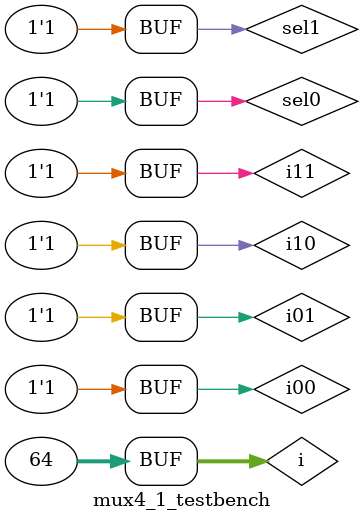
<source format=sv>
`timescale 1ns/10ps

module mux4_1(out, i00, i01, i10, i11, sel0, sel1);
 output logic out;
 input logic i00, i01, i10, i11, sel0, sel1;

 logic v0, v1;

 mux2_1 m0(v0, i00, i01, sel0);
 mux2_1 m1(v1, i10, i11, sel0);
 mux2_1 m3 (out, v0, v1, sel1);
endmodule

module mux4_1_testbench();
   logic out;
	logic sel0, sel1;
	logic i00, i01, i10, i11;
	mux4_1 dut (out, i00, i01, i10, i11, sel0, sel1);
	// Try all combinations of inputs.
	integer i;
	initial begin
		for(i = 0; i < 64; i++) begin
			{i00, i01, i10, i11, sel0, sel1} = i; #1000;
			end
	end
endmodule 
</source>
